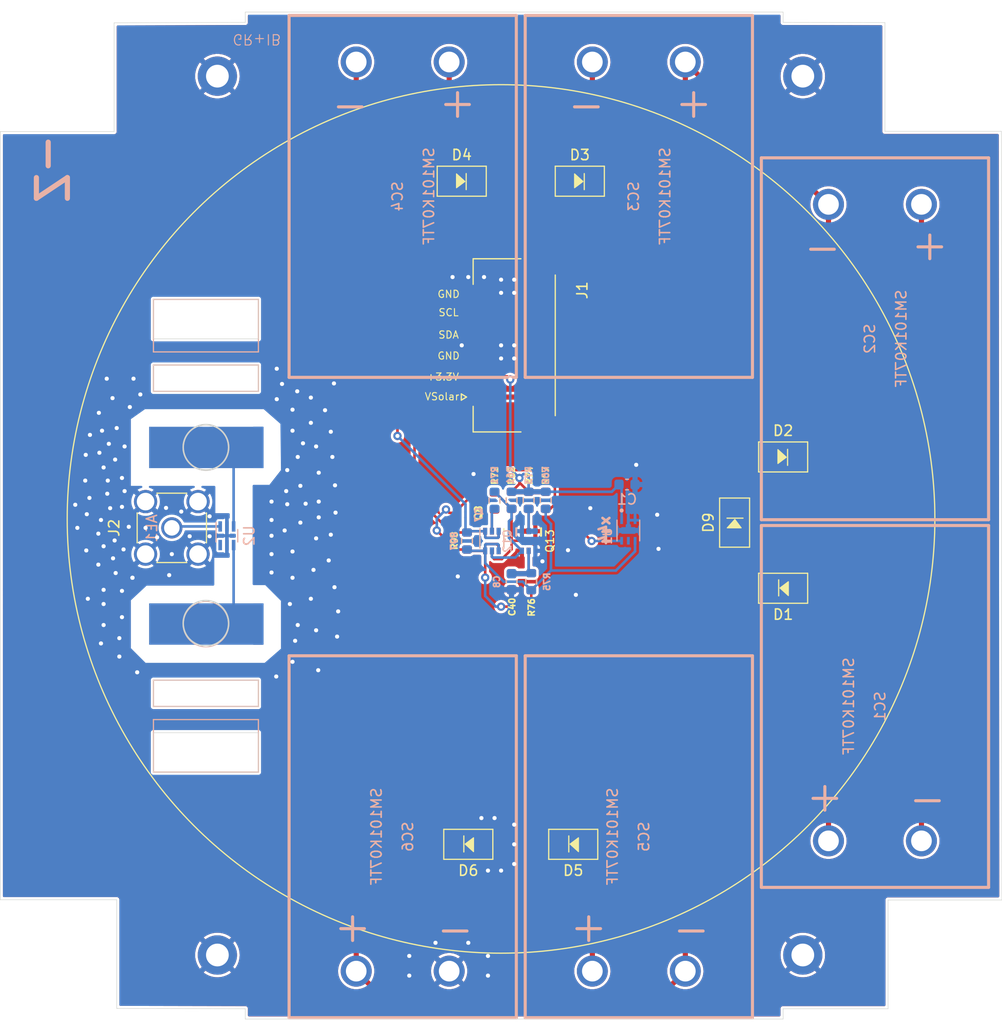
<source format=kicad_pcb>
(kicad_pcb (version 20211014) (generator pcbnew)
  (layers (0 "F.Cu" signal) (31 "B.Cu" signal) (34 "B.Paste" user) (35 "F.Paste" user) (36 "B.SilkS" user "B.Silkscreen") (37 "F.SilkS" user "F.Silkscreen") (38 "B.Mask" user) (39 "F.Mask" user) (44 "Edge.Cuts" user))
  (net 0 "")
  (net 1 "GND")
  (net 2 "Net-(D1-Pad1)")
  (net 3 "Net-(D1-Pad2)")
  (net 4 "Net-(D2-Pad2)")
  (net 5 "Net-(D3-Pad2)")
  (net 6 "Net-(D4-Pad2)")
  (net 7 "Net-(D5-Pad2)")
  (net 8 "VSOLAR")
  (net 9 "Net-(AE1-Pad2)")
  (net 10 "Net-(AE1-Pad1)")
  (net 11 "+3V3")
  (net 12 "SDA")
  (net 13 "SCL")
  (net 14 "Net-(J2-Pad1)")
  (net 15 "Net-(C8-Pad1)")
  (net 16 "Net-(C40-Pad1)")
  (net 17 "SCL_SUN")
  (net 18 "Net-(Q7-Pad2)")
  (net 19 "Net-(Q12-Pad6)")
  (net 20 "SDA_SUN")
  (net 21 "Net-(Q8-Pad2)")
  (net 22 "Net-(Q13-Pad6)")
  (net 23 "Net-(Q12-Pad2)")
  (net 24 "Net-(Q13-Pad2)")
  (footprint "sputnik2U:MOLEX_2053380006" (layer "F.Cu") (at 149.225 78.105 -90)
    (fp_text reference "J1")
    (fp_text value "Conn_01x06")
  )
  (footprint "sputnik2U:DO-214AC" (layer "F.Cu") (at 175.26 101.6)
    (fp_text reference "D1")
    (fp_text value "CDBA240LL-HF")
  )
  (footprint "sputnik2U:DO-214AC" (layer "F.Cu") (at 155.575 62.23 180)
    (fp_text reference "D3")
    (fp_text value "CDBA240LL-HF")
  )
  (footprint "sputnik2U:DO-214AC" (layer "F.Cu") (at 170.561 95.25 -90)
    (fp_text reference "D9")
    (fp_text value "CDBA240LL-HF")
  )
  (footprint "sapling:SMA_Amphenol_901-144_Vertical" (layer "F.Cu") (at 116.078 95.758 -90)
    (fp_text reference "J2")
    (fp_text value "SMA Connector Male")
  )
  (footprint "sputnik2U:DO-214AC" (layer "F.Cu") (at 144.78 126.365)
    (fp_text reference "D6")
    (fp_text value "CDBA240LL-HF")
  )
  (footprint "sputnik2U:DO-214AC" (layer "F.Cu") (at 175.26 88.9 180)
    (fp_text reference "D2")
    (fp_text value "CDBA240LL-HF")
  )
  (footprint "sputnik2U:DO-214AC" (layer "F.Cu") (at 154.94 126.365)
    (fp_text reference "D5")
    (fp_text value "CDBA240LL-HF")
  )
  (footprint "sputnik2U:DO-214AC" (layer "F.Cu") (at 144.145 62.23 180)
    (fp_text reference "D4")
    (fp_text value "CDBA240LL-HF")
  )
  (footprint "MountingHole:MountingHole_2.2mm_M2_DIN965_Pad_TopBottom" (layer "F.Cu") (at 120.49 137.07)
    (fp_text reference "H1")
    (fp_text value "MountingHole_Pad")
  )
  (footprint "MountingHole:MountingHole_2.2mm_M2_DIN965_Pad_TopBottom" (layer "F.Cu") (at 177.164 52.07)
    (fp_text reference "H2")
    (fp_text value "MountingHole_Pad")
  )
  (footprint "MountingHole:MountingHole_2.2mm_M2_DIN965_Pad_TopBottom" (layer "F.Cu") (at 177.164 137.07)
    (fp_text reference "H3")
    (fp_text value "MountingHole_Pad")
  )
  (footprint "MountingHole:MountingHole_2.2mm_M2_DIN965_Pad_TopBottom" (layer "F.Cu") (at 120.49 52.07)
    (fp_text reference "H4" hide)
    (fp_text value "MountingHole_Pad")
  )
  (footprint "Resistor_SMD:R_0603_1608Metric" (layer "F.Cu") (at 150.876 100.965 90)
    (fp_text reference "R76")
    (fp_text value "200K")
  )
  (footprint "Resistor_SMD:R_0603_1608Metric" (layer "F.Cu") (at 152.273 93.091 -90)
    (fp_text reference "R67")
    (fp_text value "10K")
  )
  (footprint "Resistor_SMD:R_0603_1608Metric" (layer "F.Cu") (at 147.32 93.154 90)
    (fp_text reference "R72")
    (fp_text value "680")
  )
  (footprint "sputnik2U:BSS138DWQ-7" (layer "F.Cu") (at 150.622 97.028 -90)
    (fp_text reference "Q13")
    (fp_text value "BSS138DWQ-7" hide)
  )
  (footprint "Resistor_SMD:R_0603_1608Metric" (layer "F.Cu") (at 144.653 97.028 90)
    (fp_text reference "R98")
    (fp_text value "0")
  )
  (footprint "Resistor_SMD:R_0603_1608Metric" (layer "F.Cu") (at 148.971 93.091 -90)
    (fp_text reference "R62")
    (fp_text value "10K")
  )
  (footprint "Resistor_SMD:R_0603_1608Metric" (layer "F.Cu") (at 150.622 93.091 -90)
    (fp_text reference "R74")
    (fp_text value "100K")
  )
  (footprint "Capacitor_SMD:C_0603_1608Metric" (layer "F.Cu") (at 148.971 100.965 -90)
    (fp_text reference "C40")
    (fp_text value "10nF")
  )
  (footprint "Package_TO_SOT_SMD:SOT-363_SC-70-6" (layer "F.Cu") (at 147.066 97.028 -90)
    (fp_text reference "Q8")
    (fp_text value "MBT2222ADW1T1")
  )
  (footprint "sputnik2U:SM101K07TF" (layer "B.Cu") (at 138.43 125.63 -90)
    (fp_text reference "SC6")
    (fp_text value "SM101K07TF")
  )
  (footprint "sputnik2U:SM101K07TF" (layer "B.Cu") (at 184.15 77.47 90)
    (fp_text reference "SC2")
    (fp_text value "SM101K07TF")
  )
  (footprint "sputnik2U:SM101K07TF" (layer "B.Cu") (at 138.43 63.7 90)
    (fp_text reference "SC4")
    (fp_text value "SM101K07TF")
  )
  (footprint "sputnik2U:SM101K07TF" (layer "B.Cu") (at 161.29 125.63 -90)
    (fp_text reference "SC5")
    (fp_text value "SM101K07TF")
  )
  (footprint "sputnik2U:SM101K07TF" (layer "B.Cu") (at 161.29 63.7 90)
    (fp_text reference "SC3")
    (fp_text value "SM101K07TF")
  )
  (footprint "sputnik2U:SM101K07TF" (layer "B.Cu") (at 184.15 113.03 -90)
    (fp_text reference "SC1")
    (fp_text value "SM101K07TF")
  )
  (footprint "sapling:UHF_Dipole_Antenna_Mount" (layer "B.Cu") (at 118.11 96.52 -90)
    (fp_text reference "AE1")
    (fp_text value "UHF_Dipole_Antenna")
  )
  (footprint "RF_Converter:Balun_Johanson_5400BL15B050E" (layer "B.Cu") (at 121.412 96.52 -90)
    (fp_text reference "U2")
    (fp_text value "HHM1589D1")
  )
  (footprint "Resistor_SMD:R_0603_1608Metric" (layer "B.Cu") (at 144.653 97.028 90)
    (fp_text reference "R97")
    (fp_text value "0")
  )
  (footprint "Resistor_SMD:R_0603_1608Metric" (layer "B.Cu") (at 148.971 93.091 -90)
    (fp_text reference "R61")
    (fp_text value "10K")
  )
  (footprint "Resistor_SMD:R_0603_1608Metric" (layer "B.Cu") (at 152.273 93.091 -90)
    (fp_text reference "R66")
    (fp_text value "10K")
  )
  (footprint "Resistor_SMD:R_0603_1608Metric" (layer "B.Cu") (at 147.32 93.091 90)
    (fp_text reference "R71")
    (fp_text value "680")
  )
  (footprint "Resistor_SMD:R_0603_1608Metric" (layer "B.Cu") (at 150.622 93.091 -90)
    (fp_text reference "R73")
    (fp_text value "100K")
  )
  (footprint "Package_TO_SOT_SMD:SOT-363_SC-70-6" (layer "B.Cu") (at 147.066 97.028 -90)
    (fp_text reference "Q7")
    (fp_text value "MBT2222ADW1T1")
  )
  (footprint "Capacitor_SMD:C_0603_1608Metric" (layer "B.Cu") (at 148.971 100.965 -90)
    (fp_text reference "C8")
    (fp_text value "10nF")
  )
  (footprint "Resistor_SMD:R_0603_1608Metric" (layer "B.Cu") (at 150.876 100.965 90)
    (fp_text reference "R75")
    (fp_text value "200K")
  )
  (footprint "sputnik2U:BSS138DWQ-7" (layer "B.Cu") (at 150.622 97.028 -90)
    (fp_text reference "Q12")
    (fp_text value "BSS138DWQ-7" hide)
  )
  (footprint "Capacitor_SMD:C_0603_1608Metric" (layer "B.Cu") (at 160.147 91.567)
    (fp_text reference "C1")
    (fp_text value "100nF")
  )
  (footprint "sputnik2U:OPT3001" (layer "B.Cu") (at 160.274 96.012 -90)
    (fp_text reference "U1")
    (fp_text value "OPT3001DNPT")
  )
  (gr_circle (center 147.95 94.894) (end 189.95 94.894) (layer "F.SilkS") (width 0.12) (fill none))
  (gr_line (start 110.8456 142.24) (end 123.19 142.268) (layer "Edge.Cuts") (width 0.05))
  (gr_line (start 175.26 45.87) (end 175.26 46.87) (layer "Edge.Cuts") (width 0.05))
  (gr_line (start 123.19 45.87) (end 175.26 45.87) (layer "Edge.Cuts") (width 0.05))
  (gr_line (start 123.19 143.268) (end 123.19 142.268) (layer "Edge.Cuts") (width 0.05))
  (gr_line (start 175.26 142.268) (end 185.42 142.268) (layer "Edge.Cuts") (width 0.05))
  (gr_line (start 175.26 143.268) (end 123.19 143.268) (layer "Edge.Cuts") (width 0.05))
  (gr_line (start 175.26 142.268) (end 175.26 143.268) (layer "Edge.Cuts") (width 0.05))
  (gr_line (start 175.26 46.87) (end 185.1152 46.8884) (layer "Edge.Cuts") (width 0.05))
  (gr_line (start 110.49 46.9112) (end 123.19 46.87) (layer "Edge.Cuts") (width 0.05))
  (gr_line (start 185.42 131.7524) (end 196.438 131.7524) (layer "Edge.Cuts") (width 0.05))
  (gr_line (start 123.19 46.87) (end 123.19 45.87) (layer "Edge.Cuts") (width 0.05))
  (gr_line (start 196.3892 57.404) (end 196.438 131.7524) (layer "Edge.Cuts") (width 0.05))
  (gr_line (start 99.472 57.4268) (end 99.47 131.7244) (layer "Edge.Cuts") (width 0.05))
  (gr_line (start 124.46 119.38) (end 124.46 115.57) (layer "Edge.Cuts") (width 0.05))
  (gr_line (start 114.3 77.47) (end 124.46 77.47) (layer "Edge.Cuts") (width 0.05))
  (gr_line (start 124.46 82.55) (end 124.46 80.01) (layer "Edge.Cuts") (width 0.05))
  (gr_line (start 124.46 80.01) (end 114.3 80.01) (layer "Edge.Cuts") (width 0.05))
  (gr_line (start 124.46 113.03) (end 114.3 113.03) (layer "Edge.Cuts") (width 0.05))
  (gr_line (start 114.3 80.01) (end 114.3 82.55) (layer "Edge.Cuts") (width 0.05))
  (gr_line (start 114.3 115.57) (end 114.3 119.38) (layer "Edge.Cuts") (width 0.05))
  (gr_line (start 114.3 119.38) (end 124.46 119.38) (layer "Edge.Cuts") (width 0.05))
  (gr_line (start 114.3 73.66) (end 114.3 77.47) (layer "Edge.Cuts") (width 0.05))
  (gr_line (start 114.3 82.55) (end 124.46 82.55) (layer "Edge.Cuts") (width 0.05))
  (gr_line (start 114.3 113.03) (end 114.3 110.49) (layer "Edge.Cuts") (width 0.05))
  (gr_line (start 124.46 110.49) (end 124.46 113.03) (layer "Edge.Cuts") (width 0.05))
  (gr_line (start 124.46 73.66) (end 114.3 73.66) (layer "Edge.Cuts") (width 0.05))
  (gr_line (start 114.3 110.49) (end 124.46 110.49) (layer "Edge.Cuts") (width 0.05))
  (gr_line (start 124.46 77.47) (end 124.46 73.66) (layer "Edge.Cuts") (width 0.05))
  (gr_line (start 124.46 115.57) (end 114.3 115.57) (layer "Edge.Cuts") (width 0.05))
  (gr_circle (center 119.38 104.988) (end 121.58 104.988) (layer "Edge.Cuts") (width 0.15) (fill none))
  (gr_line (start 110.744 131.7244) (end 99.47 131.7244) (layer "Edge.Cuts") (width 0.05))
  (gr_line (start 110.744 142.24) (end 110.8456 142.24) (layer "Edge.Cuts") (width 0.05))
  (gr_line (start 185.1152 57.404) (end 185.1152 46.8884) (layer "Edge.Cuts") (width 0.05))
  (gr_line (start 185.1152 57.404) (end 196.3892 57.404) (layer "Edge.Cuts") (width 0.05))
  (gr_line (start 110.49 57.4268) (end 99.472 57.4268) (layer "Edge.Cuts") (width 0.05))
  (gr_line (start 110.49 57.4268) (end 110.49 46.9112) (layer "Edge.Cuts") (width 0.05))
  (gr_line (start 110.744 142.24) (end 110.744 131.7244) (layer "Edge.Cuts") (width 0.05))
  (gr_line (start 185.42 142.268) (end 185.42 131.7524) (layer "Edge.Cuts") (width 0.05))
  (gr_circle (center 119.38 87.97) (end 121.58 87.97) (layer "Edge.Cuts") (width 0.15) (fill none))
  (gr_text "x44" (at 157.988 96.012 90) (layer "B.SilkS") (effects (font (size 1 1) (thickness 0.25)) (justify mirror)))
  (gr_text "Z-" (at 104.3305 61.0235 270) (layer "B.SilkS") (effects (font (size 3 3) (thickness 0.5)) (justify mirror)))
  (gr_text "GR+IB" (at 124.3076 48.514 180) (layer "B.SilkS") (effects (font (size 1 1) (thickness 0.1)) (justify mirror)))
  (gr_text "GND" (at 142.875 73.152) (layer "F.SilkS") (effects (font (size 0.7 0.7) (thickness 0.1))))
  (gr_text "SCL" (at 142.875 74.93) (layer "F.SilkS") (effects (font (size 0.7 0.7) (thickness 0.1))))
  (gr_text "SDA" (at 142.875 77.089) (layer "F.SilkS") (effects (font (size 0.7 0.7) (thickness 0.1))))
  (gr_text "GND" (at 142.875 79.121) (layer "F.SilkS") (effects (font (size 0.7 0.7) (thickness 0.1))))
  (gr_text "VSolar" (at 142.24 83.058) (layer "F.SilkS") (effects (font (size 0.7 0.7) (thickness 0.1))))
  (gr_text "+3.3V" (at 142.3035 81.153) (layer "F.SilkS") (effects (font (size 0.7 0.7) (thickness 0.1))))
  (via (at 129.032 93.4212) (size 0.8) (drill 0.4) (layers "F.Cu" "B.Cu") (net 1))
  (via (at 109.474 97.536) (size 0.8) (drill 0.4) (layers "F.Cu" "B.Cu") (net 1))
  (via (at 119.7356 94.6404) (size 0.8) (drill 0.4) (layers "F.Cu" "B.Cu") (net 1))
  (via (at 127.254 93.472) (size 0.8) (drill 0.4) (layers "F.Cu" "B.Cu") (net 1))
  (via (at 112.7252 109.728) (size 0.8) (drill 0.4) (layers "F.Cu" "B.Cu") (net 1))
  (via (at 161.036 89.662) (size 0.8) (drill 0.4) (layers "F.Cu" "B.Cu") (net 1))
  (via (at 112.268 100.584) (size 0.8) (drill 0.4) (layers "F.Cu" "B.Cu") (net 1))
  (via (at 130.302 94.742) (size 0.8) (drill 0.4) (layers "F.Cu" "B.Cu") (net 1))
  (via (at 128.27 88.9) (size 0.8) (drill 0.4) (layers "F.Cu" "B.Cu") (net 1))
  (via (at 110.3376 83.2104) (size 0.8) (drill 0.4) (layers "F.Cu" "B.Cu") (net 1))
  (via (at 110.5408 96.9772) (size 0.8) (drill 0.4) (layers "F.Cu" "B.Cu") (net 1))
  (via (at 111.506 92.202) (size 0.8) (drill 0.4) (layers "F.Cu" "B.Cu") (net 1))
  (via (at 109.474 89.916) (size 0.8) (drill 0.4) (layers "F.Cu" "B.Cu") (net 1))
  (via (at 130.9116 84.3788) (size 0.8) (drill 0.4) (layers "F.Cu" "B.Cu") (net 1))
  (via (at 108.1532 86.7664) (size 0.8) (drill 0.4) (layers "F.Cu" "B.Cu") (net 1))
  (via (at 130.048 105.664) (size 0.8) (drill 0.4) (layers "F.Cu" "B.Cu") (net 1))
  (via (at 131.6228 88.9) (size 0.8) (drill 0.4) (layers "F.Cu" "B.Cu") (net 1))
  (via (at 127 96.012) (size 0.8) (drill 0.4) (layers "F.Cu" "B.Cu") (net 1))
  (via (at 110.998 108.204) (size 0.8) (drill 0.4) (layers "F.Cu" "B.Cu") (net 1))
  (via (at 147.955 79.375) (size 0.8) (drill 0.4) (layers "F.Cu" "B.Cu") (net 1))
  (via (at 141.605 135.89) (size 0.8) (drill 0.4) (layers "F.Cu" "B.Cu") (net 1))
  (via (at 109.3216 86.36) (size 0.8) (drill 0.4) (layers "F.Cu" "B.Cu") (net 1))
  (via (at 131.4704 86.4616) (size 0.8) (drill 0.4) (layers "F.Cu" "B.Cu") (net 1))
  (via (at 110.744 86.106) (size 0.8) (drill 0.4) (layers "F.Cu" "B.Cu") (net 1))
  (via (at 128.524 95.25) (size 0.8) (drill 0.4) (layers "F.Cu" "B.Cu") (net 1))
  (via (at 146.685 139.065) (size 0.8) (drill 0.4) (layers "F.Cu" "B.Cu") (net 1))
  (via (at 163.068 94.488) (size 0.8) (drill 0.4) (layers "F.Cu" "B.Cu") (net 1))
  (via (at 149.225 78.105) (size 0.8) (drill 0.4) (layers "F.Cu" "B.Cu") (net 1))
  (via (at 111.252 93.726) (size 0.8) (drill 0.4) (layers "F.Cu" "B.Cu") (net 1))
  (via (at 149.225 73.025) (size 0.8) (drill 0.4) (layers "F.Cu" "B.Cu") (net 1))
  (via (at 144.78 71.501) (size 0.8) (drill 0.4) (layers "F.Cu" "B.Cu") (net 1))
  (via (at 125.73 94.996) (size 0.8) (drill 0.4) (layers "F.Cu" "B.Cu") (net 1))
  (via (at 149.225 71.755) (size 0.8) (drill 0.4) (layers "F.Cu" "B.Cu") (net 1))
  (via (at 132.1816 103.8352) (size 0.8) (drill 0.4) (layers "F.Cu" "B.Cu") (net 1))
  (via (at 149.225 128.27) (size 0.8) (drill 0.4) (layers "F.Cu" "B.Cu") (net 1))
  (via (at 128.2192 82.55) (size 0.8) (drill 0.4) (layers "F.Cu" "B.Cu") (net 1))
  (via (at 131.826 101.4984) (size 0.8) (drill 0.4) (layers "F.Cu" "B.Cu") (net 1))
  (via (at 126.746 81.8388) (size 0.8) (drill 0.4) (layers "F.Cu" "B.Cu") (net 1))
  (via (at 130.302 90.424) (size 0.8) (drill 0.4) (layers "F.Cu" "B.Cu") (net 1))
  (via (at 127.508 103.124) (size 0.8) (drill 0.4) (layers "F.Cu" "B.Cu") (net 1))
  (via (at 144.145 78.105) (size 0.8) (drill 0.4) (layers "F.Cu" "B.Cu") (net 1))
  (via (at 149.225 126.365) (size 0.8) (drill 0.4) (layers "F.Cu" "B.Cu") (net 1))
  (via (at 125.73 93.218) (size 0.8) (drill 0.4) (layers "F.Cu" "B.Cu") (net 1))
  (via (at 108.966 96.3168) (size 0.8) (drill 0.4) (layers "F.Cu" "B.Cu") (net 1))
  (via (at 109.474 105.156) (size 0.8) (drill 0.4) (layers "F.Cu" "B.Cu") (net 1))
  (via (at 139.065 137.16) (size 0.8) (drill 0.4) (layers "F.Cu" "B.Cu") (net 1))
  (via (at 128.778 87.5792) (size 0.8) (drill 0.4) (layers "F.Cu" "B.Cu") (net 1))
  (via (at 110.998 106.426) (size 0.8) (drill 0.4) (layers "F.Cu" "B.Cu") (net 1))
  (via (at 106.934 95.758) (size 0.8) (drill 0.4) (layers "F.Cu" "B.Cu") (net 1))
  (via (at 110.6424 100.1268) (size 0.8) (drill 0.4) (layers "F.Cu" "B.Cu") (net 1))
  (via (at 107.696 91.186) (size 0.8) (drill 0.4) (layers "F.Cu" "B.Cu") (net 1))
  (via (at 147.955 78.105) (size 0.8) (drill 0.4) (layers "F.Cu" "B.Cu") (net 1))
  (via (at 112.014 84.074) (size 0.8) (drill 0.4) (layers "F.Cu" "B.Cu") (net 1))
  (via (at 106.7308 93.5228) (size 0.8) (drill 0.4) (layers "F.Cu" "B.Cu") (net 1))
  (via (at 147.955 71.755) (size 0.8) (drill 0.4) (layers "F.Cu" "B.Cu") (net 1))
  (via (at 156.591 93.853) (size 0.8) (drill 0.4) (layers "F.Cu" "B.Cu") (net 1))
  (via (at 139.065 139.065) (size 0.8) (drill 0.4) (layers "F.Cu" "B.Cu") (net 1))
  (via (at 154.432 97.917) (size 0.8) (drill 0.4) (layers "F.Cu" "B.Cu") (net 1))
  (via (at 132.08 106.2736) (size 0.8) (drill 0.4) (layers "F.Cu" "B.Cu") (net 1))
  (via (at 131.2672 98.9076) (size 0.8) (drill 0.4) (layers "F.Cu" "B.Cu") (net 1))
  (via (at 130.048 87.884) (size 0.8) (drill 0.4) (layers "F.Cu" "B.Cu") (net 1))
  (via (at 127.762 98.044) (size 0.8) (drill 0.4) (layers "F.Cu" "B.Cu") (net 1))
  (via (at 130.048 96.774) (size 0.8) (drill 0.4) (layers "F.Cu" "B.Cu") (net 1))
  (via (at 147.32 123.825) (size 0.8) (drill 0.4) (layers "F.Cu" "B.Cu") (net 1))
  (via (at 131.7752 81.788) (size 0.8) (drill 0.4) (layers "F.Cu" "B.Cu") (net 1))
  (via (at 117.8052 96.5708) (size 0.8) (drill 0.4) (layers "F.Cu" "B.Cu") (net 1))
  (via (at 149.225 124.46) (size 0.8) (drill 0.4) (layers "F.Cu" "B.Cu") (net 1))
  (via (at 109.982 87.63) (size 0.8) (drill 0.4) (layers "F.Cu" "B.Cu") (net 1))
  (via (at 111.252 101.854) (size 0.8) (drill 0.4) (layers "F.Cu" "B.Cu") (net 1))
  (via (at 131.8768 91.6432) (size 0.8) (drill 0.4) (layers "F.Cu" "B.Cu") (net 1))
  (via (at 147.955 128.905) (size 0.8) (drill 0.4) (layers "F.Cu" "B.Cu") (net 1))
  (via (at 107.7468 88.6968) (size 0.8) (drill 0.4) (layers "F.Cu" "B.Cu") (net 1))
  (via (at 127.762 86.36) (size 0.8) (drill 0.4) (layers "F.Cu" "B.Cu") (net 1))
  (via (at 146.304 71.501) (size 0.8) (drill 0.4) (layers "F.Cu" "B.Cu") (net 1))
  (via (at 125.73 96.52) (size 0.8) (drill 0.4) (layers "F.Cu" "B.Cu") (net 1))
  (via (at 128.524 91.694) (size 0.8) (drill 0.4) (layers "F.Cu" "B.Cu") (net 1))
  (via (at 111.506 87.884) (size 0.8) (drill 0.4) (layers "F.Cu" "B.Cu") (net 1))
  (via (at 127.762 84.328) (size 0.8) (drill 0.4) (layers "F.Cu" "B.Cu") (net 1))
  (via (at 109.8296 92.456) (size 0.8) (drill 0.4) (layers "F.Cu" "B.Cu") (net 1))
  (via (at 126.238 83.312) (size 0.8) (drill 0.4) (layers "F.Cu" "B.Cu") (net 1))
  (via (at 107.7976 97.9424) (size 0.8) (drill 0.4) (layers "F.Cu" "B.Cu") (net 1))
  (via (at 131.9276 94.2848) (size 0.8) (drill 0.4) (layers "F.Cu" "B.Cu") (net 1))
  (via (at 128.016 106.68) (size 0.8) (drill 0.4) (layers "F.Cu" "B.Cu") (net 1))
  (via (at 109.0168 84.6328) (size 0.8) (drill 0.4) (layers "F.Cu" "B.Cu") (net 1))
  (via (at 111.4044 97.8408) (size 0.8) (drill 0.4) (layers "F.Cu" "B.Cu") (net 1))
  (via (at 107.8484 94.4372) (size 0.8) (drill 0.4) (layers "F.Cu" "B.Cu") (net 1))
  (via (at 130.302 93.218) (size 0.8) (drill 0.4) (layers "F.Cu" "B.Cu") (net 1))
  (via (at 113.03 82.8548) (size 0.8) (drill 0.4) (layers "F.Cu" "B.Cu") (net 1))
  (via (at 109.7788 81.3308) (size 0.8) (drill 0.4) (layers "F.Cu" "B.Cu") (net 1))
  (via (at 115.5192 93.8276) (size 0.8) (drill 0.4) (layers "F.Cu" "B.Cu") (net 1))
  (via (at 146.05 123.825) (size 0.8) (drill 0.4) (layers "F.Cu" "B.Cu") (net 1))
  (via (at 109.22 106.934) (size 0.8) (drill 0.4) (layers "F.Cu" "B.Cu") (net 1))
  (via (at 113.538 95.758) (size 0.8) (drill 0.4) (layers "F.Cu" "B.Cu") (net 1))
  (via (at 107.95 102.616) (size 0.8) (drill 0.4) (layers "F.Cu" "B.Cu") (net 1))
  (via (at 143.764 100.457) (size 0.8) (drill 0.4) (layers "F.Cu" "B.Cu") (net 1))
  (via (at 109.8804 91.186) (size 0.8) (drill 0.4) (layers "F.Cu" "B.Cu") (net 1))
  (via (at 129.54 85.598) (size 0.8) (drill 0.4) (layers "F.Cu" "B.Cu") (net 1))
  (via (at 116.078 98.298) (size 0.8) (drill 0.4) (layers "F.Cu" "B.Cu") (net 1))
  (via (at 128.27 105.156) (size 0.8) (drill 0.4) (layers "F.Cu" "B.Cu") (net 1))
  (via (at 127.762 100.584) (size 0.8) (drill 0.4) (layers "F.Cu" "B.Cu") (net 1))
  (via (at 108.1024 92.8624) (size 0.8) (drill 0.4) (layers "F.Cu" "B.Cu") (net 1))
  (via (at 108.966 99.314) (size 0.8) (drill 0.4) (layers "F.Cu" "B.Cu") (net 1))
  (via (at 125.73 98.298) (size 0.8) (drill 0.4) (layers "F.Cu" "B.Cu") (net 1))
  (via (at 155.194 102.235) (size 0.8) (drill 0.4) (layers "F.Cu" "B.Cu") (net 1))
  (via (at 163.195 97.79) (size 0.8) (drill 0.4) (layers "F.Cu" "B.Cu") (net 1))
  (via (at 151.9555 98.9965) (size 0.8) (drill 0.4) (layers "F.Cu" "B.Cu") (net 1))
  (via (at 127.254 90.17) (size 0.8) (drill 0.4) (layers "F.Cu" "B.Cu") (net 1))
  (via (at 110.109 93.853) (size 0.8) (drill 0.4) (layers "F.Cu" "B.Cu") (net 1))
  (via (at 144.78 135.89) (size 0.8) (drill 0.4) (layers "F.Cu" "B.Cu") (net 1))
  (via (at 109.22 94.996) (size 0.8) (drill 0.4) (layers "F.Cu" "B.Cu") (net 1))
  (via (at 112.3696 81.3308) (size 0.8) (drill 0.4) (layers "F.Cu" "B.Cu") (net 1))
  (via (at 146.685 137.16) (size 0.8) (drill 0.4) (layers "F.Cu" "B.Cu") (net 1))
  (via (at 147.955 73.025) (size 0.8) (drill 0.4) (layers "F.Cu" "B.Cu") (net 1))
  (via (at 127.762 108.712) (size 0.8) (drill 0.4) (layers "F.Cu" "B.Cu") (net 1))
  (via (at 115.824 100.33) (size 0.8) (drill 0.4) (layers "F.Cu" "B.Cu") (net 1))
  (via (at 129.54 102.616) (size 0.8) (drill 0.4) (layers "F.Cu" "B.Cu") (net 1))
  (via (at 111.252 90.932) (size 0.8) (drill 0.4) (layers "F.Cu" "B.Cu") (net 1))
  (via (at 143.256 71.501) (size 0.8) (drill 0.4) (layers "F.Cu" "B.Cu") (net 1))
  (via (at 129.54 83.1596) (size 0.8) (drill 0.4) (layers "F.Cu" "B.Cu") (net 1))
  (via (at 114.6556 96.6724) (size 0.8) (drill 0.4) (layers "F.Cu" "B.Cu") (net 1))
  (via (at 109.0676 88.4936) (size 0.8) (drill 0.4) (layers "F.Cu" "B.Cu") (net 1))
  (via (at 112.268 100.584) (size 0.8) (drill 0.4) (layers "F.Cu" "B.Cu") (net 1))
  (via (at 126.1872 110.1344) (size 0.8) (drill 0.4) (layers "F.Cu" "B.Cu") (net 1))
  (via (at 131.4704 96.4184) (size 0.8) (drill 0.4) (layers "F.Cu" "B.Cu") (net 1))
  (via (at 129.794 99.822) (size 0.8) (drill 0.4) (layers "F.Cu" "B.Cu") (net 1))
  (via (at 110.5916 89.154) (size 0.8) (drill 0.4) (layers "F.Cu" "B.Cu") (net 1))
  (via (at 119.7356 96.5708) (size 0.8) (drill 0.4) (layers "F.Cu" "B.Cu") (net 1))
  (via (at 127.1524 92.202) (size 0.8) (drill 0.4) (layers "F.Cu" "B.Cu") (net 1))
  (via (at 111.252 104.394) (size 0.8) (drill 0.4) (layers "F.Cu" "B.Cu") (net 1))
  (via (at 149.225 79.375) (size 0.8) (drill 0.4) (layers "F.Cu" "B.Cu") (net 1))
  (via (at 130.2512 109.5248) (size 0.8) (drill 0.4) (layers "F.Cu" "B.Cu") (net 1))
  (via (at 125.73 100.076) (size 0.8) (drill 0.4) (layers "F.Cu" "B.Cu") (net 1))
  (via (at 126.238 80.3656) (size 0.8) (drill 0.4) (layers "F.Cu" "B.Cu") (net 1))
  (via (at 111.9124 95.6564) (size 0.8) (drill 0.4) (layers "F.Cu" "B.Cu") (net 1))
  (via (at 109.474 101.7524) (size 0.8) (drill 0.4) (layers "F.Cu" "B.Cu") (net 1))
  (via (at 116.9924 94.1832) (size 0.8) (drill 0.4) (layers "F.Cu" "B.Cu") (net 1))
  (via (at 145.288 90.551) (size 0.8) (drill 0.4) (layers "F.Cu" "B.Cu") (net 1))
  (via (at 110.3884 98.7044) (size 0.8) (drill 0.4) (layers "F.Cu" "B.Cu") (net 1))
  (via (at 109.474 103.124) (size 0.8) (drill 0.4) (layers "F.Cu" "B.Cu") (net 1))
  (via (at 146.685 128.905) (size 0.8) (drill 0.4) (layers "F.Cu" "B.Cu") (net 1))
  (segment (start 171.323 101.6) (end 170.561 100.838) (width 0.5) (layer "F.Cu") (net 2))
  (segment (start 173.26 101.6) (end 171.323 101.6) (width 0.5) (layer "F.Cu") (net 2))
  (segment (start 170.561 100.838) (end 170.561 97.25) (width 0.5) (layer "F.Cu") (net 2))
  (segment (start 179.65 107.99) (end 173.26 101.6) (width 0.5) (layer "F.Cu") (net 2))
  (segment (start 179.65 126.03) (end 179.65 107.99) (width 0.5) (layer "F.Cu") (net 2))
  (segment (start 188.65 64.47) (end 188.65 77.51) (width 0.5) (layer "F.Cu") (net 3))
  (segment (start 188.65 126.03) (end 188.65 112.99) (width 0.5) (layer "F.Cu") (net 3))
  (segment (start 188.65 77.51) (end 177.26 88.9) (width 0.5) (layer "F.Cu") (net 3))
  (segment (start 177.26 88.9) (end 177.26 101.6) (width 0.5) (layer "F.Cu") (net 3))
  (segment (start 188.65 112.99) (end 177.26 101.6) (width 0.5) (layer "F.Cu") (net 3))
  (segment (start 179.65 64.47) (end 179.65 82.51) (width 0.5) (layer "F.Cu") (net 4))
  (segment (start 165.79 50.7) (end 165.79 54.015) (width 0.5) (layer "F.Cu") (net 4))
  (segment (start 165.79 50.7) (end 179.56 64.47) (width 0.5) (layer "F.Cu") (net 4))
  (segment (start 179.65 82.51) (end 173.26 88.9) (width 0.5) (layer "F.Cu") (net 4))
  (segment (start 165.79 54.015) (end 157.575 62.23) (width 0.5) (layer "F.Cu") (net 4))
  (segment (start 179.56 64.47) (end 179.65 64.47) (width 0.5) (layer "F.Cu") (net 4))
  (segment (start 156.79 50.7) (end 156.79 59.015) (width 0.5) (layer "F.Cu") (net 5))
  (segment (start 142.93 59.015) (end 146.145 62.23) (width 0.5) (layer "F.Cu") (net 5))
  (segment (start 146.145 62.23) (end 153.575 62.23) (width 0.5) (layer "F.Cu") (net 5))
  (segment (start 156.79 59.015) (end 153.575 62.23) (width 0.5) (layer "F.Cu") (net 5))
  (segment (start 142.93 50.7) (end 142.93 59.015) (width 0.5) (layer "F.Cu") (net 5))
  (segment (start 152.94 126.365) (end 152.94 115.348) (width 0.5) (layer "F.Cu") (net 6))
  (segment (start 156.79 138.63) (end 156.79 130.215) (width 0.5) (layer "F.Cu") (net 6))
  (segment (start 133.93 50.7) (end 133.93 54.015) (width 0.5) (layer "F.Cu") (net 6))
  (segment (start 134.747 105.791) (end 134.747 69.628) (width 0.5) (layer "F.Cu") (net 6))
  (segment (start 138.049 109.093) (end 134.747 105.791) (width 0.5) (layer "F.Cu") (net 6))
  (segment (start 156.79 130.215) (end 152.94 126.365) (width 0.5) (layer "F.Cu") (net 6))
  (segment (start 134.747 69.628) (end 139.065 65.31) (width 0.5) (layer "F.Cu") (net 6))
  (segment (start 152.94 115.348) (end 146.685 109.093) (width 0.5) (layer "F.Cu") (net 6))
  (segment (start 133.93 54.015) (end 142.145 62.23) (width 0.5) (layer "F.Cu") (net 6))
  (segment (start 139.065 65.31) (end 142.145 62.23) (width 0.5) (layer "F.Cu") (net 6))
  (segment (start 146.685 109.093) (end 138.049 109.093) (width 0.5) (layer "F.Cu") (net 6))
  (segment (start 165.79 138.63) (end 165.79 135.215) (width 0.5) (layer "F.Cu") (net 7))
  (segment (start 133.93 138.63) (end 133.93 135.215) (width 0.5) (layer "F.Cu") (net 7))
  (segment (start 165.79 135.215) (end 156.94 126.365) (width 0.5) (layer "F.Cu") (net 7))
  (segment (start 133.93 138.63) (end 136.905 141.605) (width 0.5) (layer "F.Cu") (net 7))
  (segment (start 162.815 141.605) (end 165.79 138.63) (width 0.5) (layer "F.Cu") (net 7))
  (segment (start 133.93 135.215) (end 142.78 126.365) (width 0.5) (layer "F.Cu") (net 7))
  (segment (start 136.905 141.605) (end 162.815 141.605) (width 0.5) (layer "F.Cu") (net 7))
  (segment (start 168.83 83.105) (end 170.561 84.836) (width 0.5) (layer "F.Cu") (net 8))
  (segment (start 170.561 84.836) (end 170.561 93.25) (width 0.5) (layer "F.Cu") (net 8))
  (segment (start 145.675 83.105) (end 168.83 83.105) (width 0.5) (layer "F.Cu") (net 8))
  (segment (start 124.602 104.918) (end 124.46 105.06) (width 0.25) (layer "B.Cu") (net 9))
  (segment (start 122.062 97.42) (end 122.062 104.918) (width 0.25) (layer "B.Cu") (net 9))
  (segment (start 124.602 88.122) (end 124.46 87.98) (width 0.25) (layer "B.Cu") (net 10))
  (segment (start 122.062 95.62) (end 122.062 88.122) (width 0.25) (layer "B.Cu") (net 10))
  (segment (start 149.733 90.932) (end 149.733 91.504) (width 0.25) (layer "F.Cu") (net 11))
  (segment (start 149.733 90.932) (end 149.733 91.377) (width 0.25) (layer "F.Cu") (net 11))
  (segment (start 148.971 92.266) (end 150.622 92.266) (width 0.5) (layer "F.Cu") (net 11))
  (segment (start 150.622 92.266) (end 152.273 92.266) (width 0.5) (layer "F.Cu") (net 11))
  (segment (start 149.733 91.504) (end 148.971 92.266) (width 0.25) (layer "F.Cu") (net 11))
  (segment (start 149.733 91.377) (end 150.622 92.266) (width 0.25) (layer "F.Cu") (net 11))
  (segment (start 148.844 81.407) (end 148.844 81.407) (width 0.25) (layer "F.Cu") (net 11))
  (segment (start 148.542 81.105) (end 148.844 81.407) (width 0.25) (layer "F.Cu") (net 11))
  (segment (start 145.675 81.105) (end 148.542 81.105) (width 0.25) (layer "F.Cu") (net 11))
  (segment (start 145.5 81.28) (end 145.675 81.105) (width 0.25) (layer "F.Cu") (net 11))
  (via (at 149.733 90.932) (size 0.8) (drill 0.4) (layers "F.Cu" "B.Cu") (net 11))
  (via (at 148.844 81.407) (size 0.8) (drill 0.4) (layers "F.Cu" "B.Cu") (net 11))
  (segment (start 150.114 90.551) (end 149.86 90.805) (width 0.25) (layer "B.Cu") (net 11))
  (segment (start 152.273 92.266) (end 150.622 92.266) (width 0.5) (layer "B.Cu") (net 11))
  (segment (start 150.622 90.551) (end 150.114 90.551) (width 0.25) (layer "B.Cu") (net 11))
  (segment (start 150.622 90.551) (end 150.622 92.266) (width 0.25) (layer "B.Cu") (net 11))
  (segment (start 149.86 90.805) (end 149.733 90.932) (width 0.25) (layer "B.Cu") (net 11))
  (segment (start 149.733 90.932) (end 149.733 90.932) (width 0.25) (layer "B.Cu") (net 11))
  (segment (start 150.622 92.266) (end 148.971 92.266) (width 0.5) (layer "B.Cu") (net 11))
  (segment (start 158.673 92.266) (end 159.372 91.567) (width 0.25) (layer "B.Cu") (net 11))
  (segment (start 159.624 91.819) (end 159.372 91.567) (width 0.25) (layer "B.Cu") (net 11))
  (segment (start 159.624 95.017) (end 159.624 91.819) (width 0.25) (layer "B.Cu") (net 11))
  (segment (start 148.844 81.407) (end 148.844 90.043) (width 0.25) (layer "B.Cu") (net 11))
  (segment (start 152.273 92.266) (end 158.673 92.266) (width 0.25) (layer "B.Cu") (net 11))
  (segment (start 148.844 90.043) (end 149.733 90.932) (width 0.25) (layer "B.Cu") (net 11))
  (segment (start 146.416 96.078) (end 146.416 96.653) (width 0.25) (layer "F.Cu") (net 12))
  (segment (start 146.416 96.653) (end 146.491001 96.728001) (width 0.25) (layer "F.Cu") (net 12))
  (segment (start 146.416 96.078) (end 144.778 96.078) (width 0.25) (layer "F.Cu") (net 12))
  (segment (start 144.778 96.078) (end 144.653 96.203) (width 0.25) (layer "F.Cu") (net 12))
  (segment (start 147.640999 96.728001) (end 147.716 96.653) (width 0.25) (layer "F.Cu") (net 12))
  (segment (start 146.491001 96.728001) (end 147.640999 96.728001) (width 0.25) (layer "F.Cu") (net 12))
  (segment (start 147.716 96.653) (end 147.716 96.078) (width 0.25) (layer "F.Cu") (net 12))
  (segment (start 143.134588 96.203) (end 139.573 92.641412) (width 0.25) (layer "F.Cu") (net 12))
  (segment (start 139.573 92.641412) (end 139.573 80.264) (width 0.25) (layer "F.Cu") (net 12))
  (segment (start 139.573 80.264) (end 142.732 77.105) (width 0.25) (layer "F.Cu") (net 12))
  (segment (start 144.653 96.203) (end 143.134588 96.203) (width 0.25) (layer "F.Cu") (net 12))
  (segment (start 142.732 77.105) (end 145.675 77.105) (width 0.25) (layer "F.Cu") (net 12))
  (segment (start 140.922 75.105) (end 145.675 75.105) (width 0.25) (layer "F.Cu") (net 13))
  (segment (start 137.922 78.105) (end 140.922 75.105) (width 0.25) (layer "F.Cu") (net 13))
  (segment (start 137.922 86.868) (end 137.922 78.105) (width 0.25) (layer "F.Cu") (net 13))
  (via (at 137.922 86.868) (size 0.8) (drill 0.4) (layers "F.Cu" "B.Cu") (net 13))
  (segment (start 146.491001 96.728001) (end 147.640999 96.728001) (width 0.25) (layer "B.Cu") (net 13))
  (segment (start 146.416 96.653) (end 146.491001 96.728001) (width 0.25) (layer "B.Cu") (net 13))
  (segment (start 144.50779 96.05779) (end 144.653 96.203) (width 0.25) (layer "B.Cu") (net 13))
  (segment (start 146.416 96.078) (end 146.416 96.653) (width 0.25) (layer "B.Cu") (net 13))
  (segment (start 144.50779 94.76021) (end 144.50779 96.05779) (width 0.25) (layer "B.Cu") (net 13))
  (segment (start 147.640999 96.728001) (end 147.716 96.653) (width 0.25) (layer "B.Cu") (net 13))
  (segment (start 144.778 96.078) (end 144.653 96.203) (width 0.25) (layer "B.Cu") (net 13))
  (segment (start 147.716 96.653) (end 147.716 96.078) (width 0.25) (layer "B.Cu") (net 13))
  (segment (start 146.416 96.078) (end 144.778 96.078) (width 0.25) (layer "B.Cu") (net 13))
  (segment (start 141.605 90.551) (end 141.605 90.551) (width 0.25) (layer "B.Cu") (net 13))
  (segment (start 137.922 86.868) (end 137.922 86.868) (width 0.25) (layer "B.Cu") (net 13))
  (segment (start 141.605 90.551) (end 137.922 86.868) (width 0.25) (layer "B.Cu") (net 13))
  (segment (start 144.50779 94.21579) (end 144.50779 93.45379) (width 0.25) (layer "B.Cu") (net 13))
  (segment (start 144.50779 94.76021) (end 144.50779 94.21579) (width 0.25) (layer "B.Cu") (net 13))
  (segment (start 144.50779 93.45379) (end 141.605 90.551) (width 0.25) (layer "B.Cu") (net 13))
  (segment (start 120.7516 95.62) (end 116.2056 95.62) (width 0.25) (layer "B.Cu") (net 14))
  (segment (start 150.622 97.978) (end 150.622 99.886) (width 0.25) (layer "B.Cu") (net 15))
  (segment (start 150.826 100.19) (end 150.876 100.14) (width 0.5) (layer "B.Cu") (net 15))
  (segment (start 150.622 99.886) (end 150.876 100.14) (width 0.25) (layer "B.Cu") (net 15))
  (segment (start 148.971 100.19) (end 150.826 100.19) (width 0.5) (layer "B.Cu") (net 15))
  (segment (start 150.622 99.886) (end 150.876 100.14) (width 0.25) (layer "F.Cu") (net 16))
  (segment (start 150.826 100.19) (end 150.876 100.14) (width 0.5) (layer "F.Cu") (net 16))
  (segment (start 148.971 100.19) (end 150.826 100.19) (width 0.5) (layer "F.Cu") (net 16))
  (segment (start 150.622 97.978) (end 150.622 99.886) (width 0.25) (layer "F.Cu") (net 16))
  (segment (start 147.640999 97.327999) (end 146.491001 97.327999) (width 0.25) (layer "B.Cu") (net 17))
  (segment (start 146.416 97.403) (end 146.416 97.978) (width 0.25) (layer "B.Cu") (net 17))
  (segment (start 144.653 97.853) (end 144.589 97.853) (width 0.25) (layer "B.Cu") (net 17))
  (segment (start 146.416 97.978) (end 144.778 97.978) (width 0.25) (layer "B.Cu") (net 17))
  (segment (start 152.781 95.377) (end 152.781 99.885) (width 0.25) (layer "B.Cu") (net 17))
  (segment (start 152.273 93.916) (end 152.273 94.869) (width 0.25) (layer "B.Cu") (net 17))
  (segment (start 148.209 100.965) (end 150.051 100.965) (width 0.25) (layer "B.Cu") (net 17))
  (segment (start 144.778 97.978) (end 144.653 97.853) (width 0.25) (layer "B.Cu") (net 17))
  (segment (start 146.416 99.172) (end 148.209 100.965) (width 0.25) (layer "B.Cu") (net 17))
  (segment (start 147.716 97.403) (end 147.640999 97.327999) (width 0.25) (layer "B.Cu") (net 17))
  (segment (start 152.781 99.885) (end 152.273 100.393) (width 0.25) (layer "B.Cu") (net 17))
  (segment (start 150.051 100.965) (end 150.876 101.79) (width 0.25) (layer "B.Cu") (net 17))
  (segment (start 152.273 94.869) (end 152.781 95.377) (width 0.25) (layer "B.Cu") (net 17))
  (segment (start 147.716 97.978) (end 147.716 97.403) (width 0.25) (layer "B.Cu") (net 17))
  (segment (start 146.491001 97.327999) (end 146.416 97.403) (width 0.25) (layer "B.Cu") (net 17))
  (segment (start 146.416 97.978) (end 146.416 99.172) (width 0.25) (layer "B.Cu") (net 17))
  (segment (start 152.273 100.393) (end 150.876 101.79) (width 0.25) (layer "B.Cu") (net 17))
  (segment (start 152.781 99.885) (end 159.068 99.885) (width 0.25) (layer "B.Cu") (net 17))
  (segment (start 159.068 99.885) (end 160.924 98.029) (width 0.25) (layer "B.Cu") (net 17))
  (segment (start 160.924 98.029) (end 160.924 97.007) (width 0.25) (layer "B.Cu") (net 17))
  (segment (start 147.066 94.17) (end 147.066 96.078) (width 0.25) (layer "B.Cu") (net 18))
  (segment (start 147.32 93.916) (end 147.066 94.17) (width 0.25) (layer "B.Cu") (net 18))
  (segment (start 147.141001 98.628001) (end 149.321999 98.628001) (width 0.25) (layer "B.Cu") (net 19))
  (segment (start 147.066 98.553) (end 147.141001 98.628001) (width 0.25) (layer "B.Cu") (net 19))
  (segment (start 147.32 92.266) (end 147.321 92.266) (width 0.25) (layer "B.Cu") (net 19))
  (segment (start 148.971 96.977) (end 149.972 97.978) (width 0.25) (layer "B.Cu") (net 19))
  (segment (start 147.066 97.978) (end 147.066 98.553) (width 0.25) (layer "B.Cu") (net 19))
  (segment (start 147.321 92.266) (end 148.971 93.916) (width 0.25) (layer "B.Cu") (net 19))
  (segment (start 149.321999 98.628001) (end 149.972 97.978) (width 0.25) (layer "B.Cu") (net 19))
  (segment (start 148.971 93.916) (end 148.971 94.869) (width 0.25) (layer "B.Cu") (net 19))
  (segment (start 148.971 94.869) (end 148.717 95.123) (width 0.25) (layer "B.Cu") (net 19))
  (segment (start 148.717 95.123) (end 148.717 96.723) (width 0.25) (layer "B.Cu") (net 19))
  (segment (start 148.717 96.723) (end 148.971 96.977) (width 0.25) (layer "B.Cu") (net 19))
  (segment (start 147.574 90.17) (end 143.4338 94.3102) (width 0.25) (layer "F.Cu") (net 20))
  (segment (start 152.718 93.916) (end 153.162 93.472) (width 0.25) (layer "F.Cu") (net 20))
  (segment (start 146.416 97.403) (end 146.491001 97.327999) (width 0.25) (layer "F.Cu") (net 20))
  (segment (start 147.526001 97.327999) (end 147.716 97.517998) (width 0.25) (layer "F.Cu") (net 20))
  (segment (start 143.573 97.853) (end 141.732 96.012) (width 0.25) (layer "F.Cu") (net 20))
  (segment (start 144.653 97.853) (end 143.573 97.853) (width 0.25) (layer "F.Cu") (net 20))
  (segment (start 146.416 97.978) (end 146.416 100.569) (width 0.25) (layer "F.Cu") (net 20))
  (segment (start 153.162 90.932) (end 152.4 90.17) (width 0.25) (layer "F.Cu") (net 20))
  (segment (start 146.416 97.978) (end 144.778 97.978) (width 0.25) (layer "F.Cu") (net 20))
  (segment (start 147.955 103.378) (end 150.241 103.378) (width 0.25) (layer "F.Cu") (net 20))
  (segment (start 150.241 103.378) (end 150.876 102.743) (width 0.25) (layer "F.Cu") (net 20))
  (segment (start 150.876 101.79) (end 150.876 101.7524) (width 0.25) (layer "F.Cu") (net 20))
  (segment (start 146.416 97.978) (end 146.416 97.403) (width 0.25) (layer "F.Cu") (net 20))
  (segment (start 146.416 100.569) (end 146.416 100.569) (width 0.25) (layer "F.Cu") (net 20))
  (segment (start 142.621 93.98) (end 142.621 93.98) (width 0.25) (layer "F.Cu") (net 20))
  (segment (start 144.778 97.978) (end 144.653 97.853) (width 0.25) (layer "F.Cu") (net 20))
  (segment (start 150.876 102.743) (end 150.876 101.79) (width 0.25) (layer "F.Cu") (net 20))
  (segment (start 142.9512 94.3102) (end 142.621 93.98) (width 0.25) (layer "F.Cu") (net 20))
  (segment (start 146.491001 97.327999) (end 147.526001 97.327999) (width 0.25) (layer "F.Cu") (net 20))
  (segment (start 152.273 93.916) (end 152.718 93.916) (width 0.25) (layer "F.Cu") (net 20))
  (segment (start 152.4 90.17) (end 147.574 90.17) (width 0.25) (layer "F.Cu") (net 20))
  (segment (start 143.4338 94.3102) (end 142.9512 94.3102) (width 0.25) (layer "F.Cu") (net 20))
  (segment (start 153.162 93.472) (end 153.162 90.932) (width 0.25) (layer "F.Cu") (net 20))
  (segment (start 147.716 97.517998) (end 147.716 97.978) (width 0.25) (layer "F.Cu") (net 20))
  (segment (start 141.732 96.012) (end 141.732 96.012) (width 0.25) (layer "F.Cu") (net 20))
  (segment (start 156.718 97.028) (end 156.718 97.028) (width 0.25) (layer "F.Cu") (net 20))
  (segment (start 153.162 93.472) (end 156.718 97.028) (width 0.25) (layer "F.Cu") (net 20))
  (via (at 146.416 100.569) (size 0.8) (drill 0.4) (layers "F.Cu" "B.Cu") (net 20))
  (via (at 147.955 103.378) (size 0.8) (drill 0.4) (layers "F.Cu" "B.Cu") (net 20))
  (via (at 142.621 93.98) (size 0.8) (drill 0.4) (layers "F.Cu" "B.Cu") (net 20))
  (via (at 141.732 96.012) (size 0.8) (drill 0.4) (layers "F.Cu" "B.Cu") (net 20))
  (via (at 156.718 97.028) (size 0.8) (drill 0.4) (layers "F.Cu" "B.Cu") (net 20))
  (segment (start 146.416 102.347) (end 147.447 103.378) (width 0.25) (layer "B.Cu") (net 20))
  (segment (start 141.732 96.012) (end 141.732 94.869) (width 0.25) (layer "B.Cu") (net 20))
  (segment (start 147.955 103.378) (end 147.955 103.378) (width 0.25) (layer "B.Cu") (net 20))
  (segment (start 141.732 94.869) (end 142.621 93.98) (width 0.25) (layer "B.Cu") (net 20))
  (segment (start 147.447 103.378) (end 147.955 103.378) (width 0.25) (layer "B.Cu") (net 20))
  (segment (start 146.416 100.569) (end 146.416 102.347) (width 0.25) (layer "B.Cu") (net 20))
  (segment (start 159.603 97.028) (end 159.624 97.007) (width 0.25) (layer "B.Cu") (net 20))
  (segment (start 156.718 97.028) (end 159.603 97.028) (width 0.25) (layer "B.Cu") (net 20))
  (segment (start 147.32 93.979) (end 147.066 94.233) (width 0.25) (layer "F.Cu") (net 21))
  (segment (start 147.066 94.233) (end 147.066 96.078) (width 0.25) (layer "F.Cu") (net 21))
  (segment (start 147.066 97.978) (end 147.066 98.553) (width 0.25) (layer "F.Cu") (net 22))
  (segment (start 148.971 97.833002) (end 148.971 97.0026) (width 0.25) (layer "F.Cu") (net 22))
  (segment (start 147.32 92.329) (end 147.384 92.329) (width 0.25) (layer "F.Cu") (net 22))
  (segment (start 148.971 97.0026) (end 148.971 93.916) (width 0.25) (layer "F.Cu") (net 22))
  (segment (start 148.971 97.0026) (end 150.731602 97.0026) (width 0.25) (layer "F.Cu") (net 22))
  (segment (start 147.2936 98.7806) (end 148.023402 98.7806) (width 0.25) (layer "F.Cu") (net 22))
  (segment (start 147.384 92.329) (end 148.971 93.916) (width 0.25) (layer "F.Cu") (net 22))
  (segment (start 151.272 97.542998) (end 151.272 97.978) (width 0.25) (layer "F.Cu") (net 22))
  (segment (start 147.066 98.553) (end 147.2936 98.7806) (width 0.25) (layer "F.Cu") (net 22))
  (segment (start 148.023402 98.7806) (end 148.971 97.833002) (width 0.25) (layer "F.Cu") (net 22))
  (segment (start 150.731602 97.0026) (end 151.272 97.542998) (width 0.25) (layer "F.Cu") (net 22))
  (segment (start 150.622 96.078) (end 150.622 93.916) (width 0.25) (layer "B.Cu") (net 23))
  (segment (start 150.622 96.078) (end 151.272 96.078) (width 0.5) (layer "B.Cu") (net 23))
  (segment (start 150.622 93.916) (end 150.622 96.078) (width 0.25) (layer "F.Cu") (net 24))
  (segment (start 149.972 96.078) (end 150.622 96.078) (width 0.5) (layer "F.Cu") (net 24))
  (zone (net 1) (net_name "GND") (layer "F.Cu") (connect_pads (clearance 0.254)) (min_thickness 0.2032) (fill yes (thermal_gap 0.254) (thermal_bridge_width 0.508))
    (polygon (pts (xy 191.262 51.816) (xy 196.215 51.816) (xy 196.215 135.255) (xy 196.088 143.51) (xy 185.674 143.51) (xy 111.252 143.764) (xy 99.822 143.764) (xy 99.695 135.89) (xy 99.695 51.816) (xy 104.902 51.816) (xy 104.902 45.212) (xy 191.262 45.466)))
  )
  (zone (net 0) (net_name "") (layer "F.Cu") (connect_pads (clearance 0)) (min_thickness 0.254)
    (keepout (tracks allowed) (vias allowed) (pads allowed) (copperpour not_allowed) (footprints allowed))
    (fill (thermal_gap 0.508) (thermal_bridge_width 0.508))
    (polygon (pts (xy 133.676698 121.728813) (xy 103.501498 121.728813) (xy 103.653898 71.843213) (xy 133.727498 71.843213)))
  )
  (zone (net 1) (net_name "GND") (layer "B.Cu") (connect_pads (clearance 0.254)) (min_thickness 0.2032) (fill yes (thermal_gap 0.254) (thermal_bridge_width 0.508))
    (polygon (pts (xy 196.342 45.212) (xy 196.215 52.705) (xy 196.215 135.255) (xy 196.342 143.002) (xy 191.77 143.002) (xy 111.125 143.002) (xy 99.568 143.002) (xy 99.695 135.89) (xy 99.695 52.705) (xy 99.568 44.704) (xy 106.426 44.704) (xy 190.246 45.212)))
  )
  (zone (net 0) (net_name "") (layer "B.Cu") (connect_pads (clearance 0)) (min_thickness 0.254)
    (keepout (tracks allowed) (vias allowed) (pads allowed) (copperpour not_allowed) (footprints allowed))
    (fill (thermal_gap 0.508) (thermal_bridge_width 0.508))
    (polygon (pts (xy 126.5936 85.6996) (xy 126.6444 90.17) (xy 125.5268 91.5924) (xy 123.9012 91.5924) (xy 123.9012 101.2952) (xy 125.1204 101.2952) (xy 126.6444 102.8192) (xy 126.6444 107.442) (xy 125.0696 108.8136) (xy 113.538 108.8136) (xy 112.1156 107.3912) (xy 112.1156 102.7684) (xy 113.6396 101.346) (xy 120.1928 101.346) (xy 120.1928 98.6536) (xy 121.8184 98.6536) (xy 121.8184 102.9716) (xy 113.792 102.9716) (xy 113.792 107.188) (xy 125.0696 107.188) (xy 125.0696 102.9716) (xy 122.2756 102.9716) (xy 122.2756 90.0684) (xy 125.0696 90.0684) (xy 125.0696 85.9028) (xy 113.792 85.9028) (xy 113.792 90.0684) (xy 121.8692 90.0684) (xy 121.8692 94.3356) (xy 120.2944 94.3356) (xy 120.2944 91.694) (xy 112.1156 91.694) (xy 112.1156 85.2424) (xy 113.4872 84.2772) (xy 124.968 84.2772)))
  )
)
</source>
